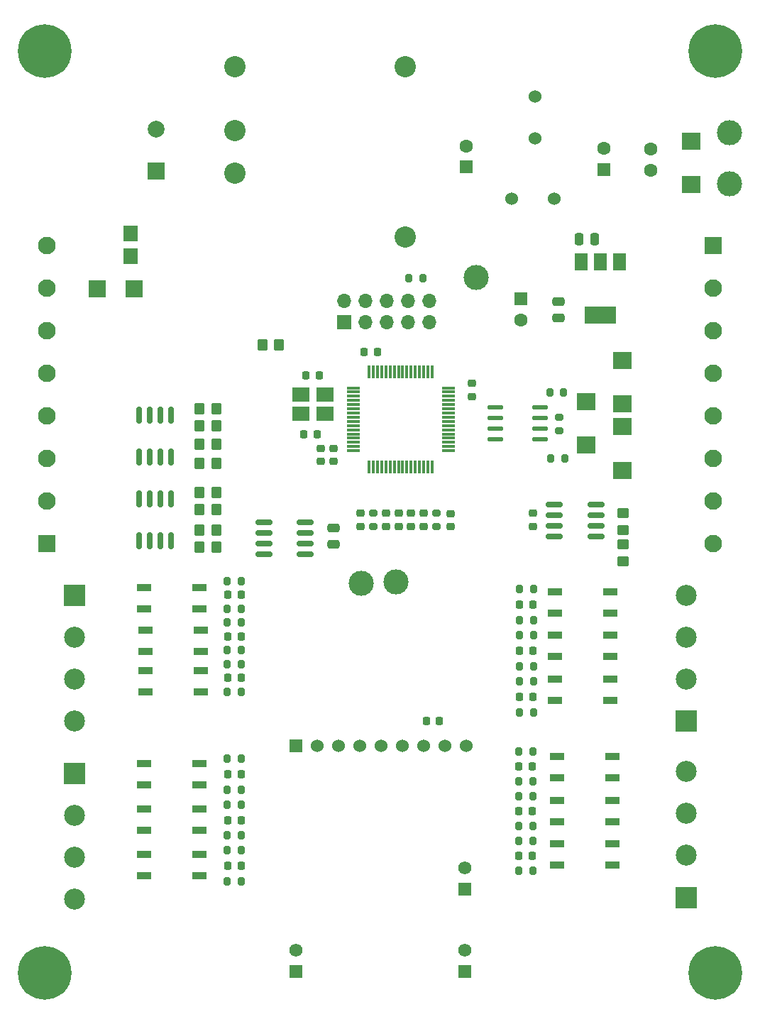
<source format=gbr>
%TF.GenerationSoftware,KiCad,Pcbnew,8.0.0-rc1-91-gb65fa46c3c*%
%TF.CreationDate,2024-02-01T16:18:31+08:00*%
%TF.ProjectId,_____,d0a8a736-612e-46b6-9963-61645f706362,rev?*%
%TF.SameCoordinates,Original*%
%TF.FileFunction,Soldermask,Top*%
%TF.FilePolarity,Negative*%
%FSLAX46Y46*%
G04 Gerber Fmt 4.6, Leading zero omitted, Abs format (unit mm)*
G04 Created by KiCad (PCBNEW 8.0.0-rc1-91-gb65fa46c3c) date 2024-02-01 16:18:31*
%MOMM*%
%LPD*%
G01*
G04 APERTURE LIST*
G04 Aperture macros list*
%AMRoundRect*
0 Rectangle with rounded corners*
0 $1 Rounding radius*
0 $2 $3 $4 $5 $6 $7 $8 $9 X,Y pos of 4 corners*
0 Add a 4 corners polygon primitive as box body*
4,1,4,$2,$3,$4,$5,$6,$7,$8,$9,$2,$3,0*
0 Add four circle primitives for the rounded corners*
1,1,$1+$1,$2,$3*
1,1,$1+$1,$4,$5*
1,1,$1+$1,$6,$7*
1,1,$1+$1,$8,$9*
0 Add four rect primitives between the rounded corners*
20,1,$1+$1,$2,$3,$4,$5,0*
20,1,$1+$1,$4,$5,$6,$7,0*
20,1,$1+$1,$6,$7,$8,$9,0*
20,1,$1+$1,$8,$9,$2,$3,0*%
G04 Aperture macros list end*
%ADD10RoundRect,0.200000X0.200000X0.275000X-0.200000X0.275000X-0.200000X-0.275000X0.200000X-0.275000X0*%
%ADD11R,2.500000X2.500000*%
%ADD12C,2.500000*%
%ADD13RoundRect,0.225000X0.250000X-0.225000X0.250000X0.225000X-0.250000X0.225000X-0.250000X-0.225000X0*%
%ADD14RoundRect,0.225000X-0.250000X0.225000X-0.250000X-0.225000X0.250000X-0.225000X0.250000X0.225000X0*%
%ADD15RoundRect,0.200000X-0.200000X-0.275000X0.200000X-0.275000X0.200000X0.275000X-0.200000X0.275000X0*%
%ADD16RoundRect,0.218750X-0.218750X-0.256250X0.218750X-0.256250X0.218750X0.256250X-0.218750X0.256250X0*%
%ADD17C,1.600000*%
%ADD18RoundRect,0.218750X0.218750X0.256250X-0.218750X0.256250X-0.218750X-0.256250X0.218750X-0.256250X0*%
%ADD19RoundRect,0.250000X-0.450000X0.350000X-0.450000X-0.350000X0.450000X-0.350000X0.450000X0.350000X0*%
%ADD20C,3.000000*%
%ADD21RoundRect,0.250000X0.350000X0.450000X-0.350000X0.450000X-0.350000X-0.450000X0.350000X-0.450000X0*%
%ADD22R,2.000000X2.000000*%
%ADD23R,1.700000X0.950000*%
%ADD24R,2.241000X2.047500*%
%ADD25C,0.800000*%
%ADD26C,6.400000*%
%ADD27C,2.540000*%
%ADD28RoundRect,0.250000X-0.350000X-0.450000X0.350000X-0.450000X0.350000X0.450000X-0.350000X0.450000X0*%
%ADD29RoundRect,0.150000X0.150000X-0.825000X0.150000X0.825000X-0.150000X0.825000X-0.150000X-0.825000X0*%
%ADD30RoundRect,0.250000X-0.475000X0.250000X-0.475000X-0.250000X0.475000X-0.250000X0.475000X0.250000X0*%
%ADD31O,1.950000X0.568500*%
%ADD32R,1.728000X1.935000*%
%ADD33RoundRect,0.200000X0.275000X-0.200000X0.275000X0.200000X-0.275000X0.200000X-0.275000X-0.200000X0*%
%ADD34RoundRect,0.250000X0.475000X-0.250000X0.475000X0.250000X-0.475000X0.250000X-0.475000X-0.250000X0*%
%ADD35RoundRect,0.250000X-0.250000X-0.475000X0.250000X-0.475000X0.250000X0.475000X-0.250000X0.475000X0*%
%ADD36R,2.100000X2.100000*%
%ADD37C,2.100000*%
%ADD38RoundRect,0.225000X-0.225000X-0.250000X0.225000X-0.250000X0.225000X0.250000X-0.225000X0.250000X0*%
%ADD39RoundRect,0.075000X-0.700000X-0.075000X0.700000X-0.075000X0.700000X0.075000X-0.700000X0.075000X0*%
%ADD40RoundRect,0.075000X-0.075000X-0.700000X0.075000X-0.700000X0.075000X0.700000X-0.075000X0.700000X0*%
%ADD41R,1.600000X1.600000*%
%ADD42C,1.524000*%
%ADD43R,1.524000X1.524000*%
%ADD44C,1.574800*%
%ADD45R,1.574800X1.574800*%
%ADD46RoundRect,0.250000X0.450000X-0.350000X0.450000X0.350000X-0.450000X0.350000X-0.450000X-0.350000X0*%
%ADD47R,1.700000X1.700000*%
%ADD48O,1.700000X1.700000*%
%ADD49R,1.500000X2.000000*%
%ADD50R,3.800000X2.000000*%
%ADD51RoundRect,0.150000X0.825000X0.150000X-0.825000X0.150000X-0.825000X-0.150000X0.825000X-0.150000X0*%
%ADD52RoundRect,0.150000X-0.825000X-0.150000X0.825000X-0.150000X0.825000X0.150000X-0.825000X0.150000X0*%
%ADD53C,2.000000*%
%ADD54R,2.100000X1.800000*%
G04 APERTURE END LIST*
D10*
%TO.C,R22*%
X48387000Y-113145250D03*
X46737000Y-113145250D03*
%TD*%
D11*
%TO.C,J4*%
X28550000Y-90000000D03*
D12*
X28550000Y-95000000D03*
X28550000Y-100000000D03*
X28550000Y-105000000D03*
%TD*%
D13*
%TO.C,C14*%
X57937000Y-73996000D03*
X57937000Y-72446000D03*
%TD*%
D11*
%TO.C,J6*%
X101550000Y-126000000D03*
D12*
X101550000Y-121000000D03*
X101550000Y-116000000D03*
X101550000Y-111000000D03*
%TD*%
D10*
%TO.C,R29*%
X83289000Y-103927000D03*
X81639000Y-103927000D03*
%TD*%
D14*
%TO.C,C11*%
X75937000Y-64686000D03*
X75937000Y-66236000D03*
%TD*%
D15*
%TO.C,R28*%
X81537000Y-108579000D03*
X83187000Y-108579000D03*
%TD*%
D16*
%TO.C,D4*%
X46814500Y-122243375D03*
X48389500Y-122243375D03*
%TD*%
D17*
%TO.C,C4*%
X97282000Y-39223000D03*
X97282000Y-36723000D03*
%TD*%
D18*
%TO.C,D8*%
X83107500Y-115710000D03*
X81532500Y-115710000D03*
%TD*%
D19*
%TO.C,R10*%
X93980000Y-83903000D03*
X93980000Y-85903000D03*
%TD*%
D20*
%TO.C,TP4*%
X62738000Y-88519000D03*
%TD*%
D10*
%TO.C,R27*%
X83187000Y-112155000D03*
X81537000Y-112155000D03*
%TD*%
D21*
%TO.C,R6*%
X45425000Y-71970000D03*
X43425000Y-71970000D03*
%TD*%
D13*
%TO.C,C16*%
X62687000Y-81736000D03*
X62687000Y-80186000D03*
%TD*%
D11*
%TO.C,J7*%
X101550000Y-105000000D03*
D12*
X101550000Y-100000000D03*
X101550000Y-95000000D03*
X101550000Y-90000000D03*
%TD*%
D18*
%TO.C,D11*%
X83211500Y-96569000D03*
X81636500Y-96569000D03*
%TD*%
D22*
%TO.C,D17*%
X35601000Y-53381000D03*
X31201000Y-53381000D03*
%TD*%
D15*
%TO.C,R34*%
X81639000Y-89211000D03*
X83289000Y-89211000D03*
%TD*%
D10*
%TO.C,R16*%
X48384500Y-91587000D03*
X46734500Y-91587000D03*
%TD*%
D21*
%TO.C,R41*%
X52933600Y-60096400D03*
X50933600Y-60096400D03*
%TD*%
D23*
%TO.C,U17*%
X86106000Y-114433000D03*
X86106000Y-116973000D03*
X92706000Y-116973000D03*
X92706000Y-114433000D03*
%TD*%
D24*
%TO.C,D16*%
X93853000Y-69850000D03*
X93853000Y-75033000D03*
%TD*%
D14*
%TO.C,C12*%
X73437000Y-80196000D03*
X73437000Y-81746000D03*
%TD*%
D24*
%TO.C,D14*%
X89535000Y-72060500D03*
X89535000Y-66877500D03*
%TD*%
D25*
%TO.C,H4*%
X102600000Y-135000000D03*
X103302944Y-133302944D03*
X103302944Y-136697056D03*
X105000000Y-132600000D03*
D26*
X105000000Y-135000000D03*
D25*
X105000000Y-137400000D03*
X106697056Y-133302944D03*
X106697056Y-136697056D03*
X107400000Y-135000000D03*
%TD*%
D27*
%TO.C,U1*%
X47690000Y-26877500D03*
X47690000Y-34497500D03*
X47690000Y-39577500D03*
X68010000Y-47197500D03*
X68010000Y-26877500D03*
%TD*%
D20*
%TO.C,TP2*%
X106680000Y-40894000D03*
%TD*%
D16*
%TO.C,D1*%
X46812000Y-99812000D03*
X48387000Y-99812000D03*
%TD*%
D28*
%TO.C,R1*%
X43425000Y-67720000D03*
X45425000Y-67720000D03*
%TD*%
D21*
%TO.C,R8*%
X45425000Y-82220000D03*
X43425000Y-82220000D03*
%TD*%
D29*
%TO.C,U6*%
X36270000Y-73445000D03*
X37540000Y-73445000D03*
X38810000Y-73445000D03*
X40080000Y-73445000D03*
X40080000Y-68495000D03*
X38810000Y-68495000D03*
X37540000Y-68495000D03*
X36270000Y-68495000D03*
%TD*%
D30*
%TO.C,C6*%
X86250000Y-54950000D03*
X86250000Y-56850000D03*
%TD*%
D31*
%TO.C,U22*%
X78702000Y-67564000D03*
X78702000Y-68834000D03*
X78702000Y-70104000D03*
X78702000Y-71374000D03*
X84112000Y-71374000D03*
X84112000Y-70104000D03*
X84112000Y-68834000D03*
X84112000Y-67564000D03*
%TD*%
D32*
%TO.C,U9*%
X35208500Y-49500500D03*
X35208500Y-46765500D03*
%TD*%
D10*
%TO.C,R14*%
X48384500Y-101473000D03*
X46734500Y-101473000D03*
%TD*%
D16*
%TO.C,D6*%
X46814500Y-111309625D03*
X48389500Y-111309625D03*
%TD*%
D11*
%TO.C,J5*%
X28550000Y-111250000D03*
D12*
X28550000Y-116250000D03*
X28550000Y-121250000D03*
X28550000Y-126250000D03*
%TD*%
D20*
%TO.C,TP5*%
X66903600Y-88392000D03*
%TD*%
D15*
%TO.C,R30*%
X81639000Y-100228000D03*
X83289000Y-100228000D03*
%TD*%
D18*
%TO.C,D12*%
X83211500Y-91060500D03*
X81636500Y-91060500D03*
%TD*%
D23*
%TO.C,U12*%
X43432000Y-91567000D03*
X43432000Y-89027000D03*
X36832000Y-89027000D03*
X36832000Y-91567000D03*
%TD*%
D33*
%TO.C,L2*%
X64187000Y-81786000D03*
X64187000Y-80136000D03*
%TD*%
D23*
%TO.C,U21*%
X85854000Y-89535000D03*
X85854000Y-92075000D03*
X92454000Y-92075000D03*
X92454000Y-89535000D03*
%TD*%
D10*
%TO.C,R20*%
X48387000Y-118612125D03*
X46737000Y-118612125D03*
%TD*%
%TO.C,R31*%
X83289000Y-98418500D03*
X81639000Y-98418500D03*
%TD*%
%TO.C,R15*%
X48384500Y-96530000D03*
X46734500Y-96530000D03*
%TD*%
D23*
%TO.C,U10*%
X43559000Y-101473000D03*
X43559000Y-98933000D03*
X36959000Y-98933000D03*
X36959000Y-101473000D03*
%TD*%
D13*
%TO.C,C20*%
X83230000Y-81728000D03*
X83230000Y-80178000D03*
%TD*%
D18*
%TO.C,D10*%
X83211500Y-102077500D03*
X81636500Y-102077500D03*
%TD*%
D15*
%TO.C,R17*%
X46737000Y-120407750D03*
X48387000Y-120407750D03*
%TD*%
D16*
%TO.C,D3*%
X46812000Y-89926000D03*
X48387000Y-89926000D03*
%TD*%
D15*
%TO.C,R24*%
X81537000Y-119266000D03*
X83187000Y-119266000D03*
%TD*%
D34*
%TO.C,C15*%
X59399000Y-83866000D03*
X59399000Y-81966000D03*
%TD*%
D21*
%TO.C,R2*%
X45425000Y-69720000D03*
X43425000Y-69720000D03*
%TD*%
D10*
%TO.C,R18*%
X48387000Y-124079000D03*
X46737000Y-124079000D03*
%TD*%
D35*
%TO.C,C5*%
X88712000Y-47498000D03*
X90612000Y-47498000D03*
%TD*%
D36*
%TO.C,J2*%
X104750000Y-48270000D03*
D37*
X104750000Y-53350000D03*
X104750000Y-58430000D03*
X104750000Y-63510000D03*
X104750000Y-68590000D03*
X104750000Y-73670000D03*
X104750000Y-78750000D03*
X104750000Y-83830000D03*
%TD*%
D36*
%TO.C,J1*%
X25250000Y-83780000D03*
D37*
X25250000Y-78700000D03*
X25250000Y-73620000D03*
X25250000Y-68540000D03*
X25250000Y-63460000D03*
X25250000Y-58380000D03*
X25250000Y-53300000D03*
X25250000Y-48220000D03*
%TD*%
D13*
%TO.C,C13*%
X59437000Y-73996000D03*
X59437000Y-72446000D03*
%TD*%
D10*
%TO.C,R23*%
X83187000Y-122842000D03*
X81537000Y-122842000D03*
%TD*%
D21*
%TO.C,R4*%
X45425000Y-79720000D03*
X43425000Y-79720000D03*
%TD*%
D38*
%TO.C,C10*%
X63093000Y-60960000D03*
X64643000Y-60960000D03*
%TD*%
D15*
%TO.C,R32*%
X81639000Y-94719500D03*
X83289000Y-94719500D03*
%TD*%
D25*
%TO.C,H3*%
X22600000Y-135000000D03*
X23302944Y-133302944D03*
X23302944Y-136697056D03*
X25000000Y-132600000D03*
D26*
X25000000Y-135000000D03*
D25*
X25000000Y-137400000D03*
X26697056Y-133302944D03*
X26697056Y-136697056D03*
X27400000Y-135000000D03*
%TD*%
D23*
%TO.C,U14*%
X43432000Y-117990000D03*
X43432000Y-115450000D03*
X36832000Y-115450000D03*
X36832000Y-117990000D03*
%TD*%
D15*
%TO.C,R13*%
X46734500Y-88265000D03*
X48384500Y-88265000D03*
%TD*%
D38*
%TO.C,C22*%
X56162000Y-63721000D03*
X57712000Y-63721000D03*
%TD*%
D14*
%TO.C,C8*%
X70187000Y-80186000D03*
X70187000Y-81736000D03*
%TD*%
D38*
%TO.C,C23*%
X55912000Y-70721000D03*
X57462000Y-70721000D03*
%TD*%
D15*
%TO.C,R35*%
X46734500Y-98151000D03*
X48384500Y-98151000D03*
%TD*%
D28*
%TO.C,R7*%
X43425000Y-84220000D03*
X45425000Y-84220000D03*
%TD*%
D23*
%TO.C,U20*%
X85854000Y-94742000D03*
X85854000Y-97282000D03*
X92454000Y-97282000D03*
X92454000Y-94742000D03*
%TD*%
D15*
%TO.C,R11*%
X68421000Y-52114000D03*
X70071000Y-52114000D03*
%TD*%
D10*
%TO.C,R38*%
X86868000Y-65786000D03*
X85218000Y-65786000D03*
%TD*%
D25*
%TO.C,H2*%
X102600000Y-25000000D03*
X103302944Y-23302944D03*
X103302944Y-26697056D03*
X105000000Y-22600000D03*
D26*
X105000000Y-25000000D03*
D25*
X105000000Y-27400000D03*
X106697056Y-23302944D03*
X106697056Y-26697056D03*
X107400000Y-25000000D03*
%TD*%
D39*
%TO.C,U3*%
X61762000Y-65211000D03*
X61762000Y-65711000D03*
X61762000Y-66211000D03*
X61762000Y-66711000D03*
X61762000Y-67211000D03*
X61762000Y-67711000D03*
X61762000Y-68211000D03*
X61762000Y-68711000D03*
X61762000Y-69211000D03*
X61762000Y-69711000D03*
X61762000Y-70211000D03*
X61762000Y-70711000D03*
X61762000Y-71211000D03*
X61762000Y-71711000D03*
X61762000Y-72211000D03*
X61762000Y-72711000D03*
D40*
X63687000Y-74636000D03*
X64187000Y-74636000D03*
X64687000Y-74636000D03*
X65187000Y-74636000D03*
X65687000Y-74636000D03*
X66187000Y-74636000D03*
X66687000Y-74636000D03*
X67187000Y-74636000D03*
X67687000Y-74636000D03*
X68187000Y-74636000D03*
X68687000Y-74636000D03*
X69187000Y-74636000D03*
X69687000Y-74636000D03*
X70187000Y-74636000D03*
X70687000Y-74636000D03*
X71187000Y-74636000D03*
D39*
X73112000Y-72711000D03*
X73112000Y-72211000D03*
X73112000Y-71711000D03*
X73112000Y-71211000D03*
X73112000Y-70711000D03*
X73112000Y-70211000D03*
X73112000Y-69711000D03*
X73112000Y-69211000D03*
X73112000Y-68711000D03*
X73112000Y-68211000D03*
X73112000Y-67711000D03*
X73112000Y-67211000D03*
X73112000Y-66711000D03*
X73112000Y-66211000D03*
X73112000Y-65711000D03*
X73112000Y-65211000D03*
D40*
X71187000Y-63286000D03*
X70687000Y-63286000D03*
X70187000Y-63286000D03*
X69687000Y-63286000D03*
X69187000Y-63286000D03*
X68687000Y-63286000D03*
X68187000Y-63286000D03*
X67687000Y-63286000D03*
X67187000Y-63286000D03*
X66687000Y-63286000D03*
X66187000Y-63286000D03*
X65687000Y-63286000D03*
X65187000Y-63286000D03*
X64687000Y-63286000D03*
X64187000Y-63286000D03*
X63687000Y-63286000D03*
%TD*%
D25*
%TO.C,H1*%
X22600000Y-25000000D03*
X23302944Y-23302944D03*
X23302944Y-26697056D03*
X25000000Y-22600000D03*
D26*
X25000000Y-25000000D03*
D25*
X25000000Y-27400000D03*
X26697056Y-23302944D03*
X26697056Y-26697056D03*
X27400000Y-25000000D03*
%TD*%
D41*
%TO.C,C3*%
X91694000Y-39155380D03*
D17*
X91694000Y-36655380D03*
%TD*%
D10*
%TO.C,R33*%
X83289000Y-92910000D03*
X81639000Y-92910000D03*
%TD*%
D33*
%TO.C,L1*%
X71687000Y-81796000D03*
X71687000Y-80146000D03*
%TD*%
D15*
%TO.C,R21*%
X46737000Y-109474000D03*
X48387000Y-109474000D03*
%TD*%
D23*
%TO.C,U19*%
X85854000Y-99949000D03*
X85854000Y-102489000D03*
X92454000Y-102489000D03*
X92454000Y-99949000D03*
%TD*%
D15*
%TO.C,R12*%
X46734500Y-93208000D03*
X48384500Y-93208000D03*
%TD*%
D24*
%TO.C,D15*%
X93853000Y-61924500D03*
X93853000Y-67107500D03*
%TD*%
D15*
%TO.C,R19*%
X46737000Y-114940875D03*
X48387000Y-114940875D03*
%TD*%
%TO.C,R26*%
X81535000Y-113922000D03*
X83185000Y-113922000D03*
%TD*%
D18*
%TO.C,D9*%
X83109500Y-110367000D03*
X81534500Y-110367000D03*
%TD*%
D13*
%TO.C,C18*%
X65687000Y-81736000D03*
X65687000Y-80186000D03*
%TD*%
D38*
%TO.C,C21*%
X70499000Y-105000000D03*
X72049000Y-105000000D03*
%TD*%
D10*
%TO.C,R25*%
X83185000Y-117498000D03*
X81535000Y-117498000D03*
%TD*%
D33*
%TO.C,R40*%
X86360000Y-70357000D03*
X86360000Y-68707000D03*
%TD*%
D42*
%TO.C,LDM2*%
X80725000Y-42672000D03*
X85725000Y-42672000D03*
%TD*%
D41*
%TO.C,C7*%
X81750000Y-54600000D03*
D17*
X81750000Y-57100000D03*
%TD*%
D23*
%TO.C,U18*%
X86108000Y-109220000D03*
X86108000Y-111760000D03*
X92708000Y-111760000D03*
X92708000Y-109220000D03*
%TD*%
D41*
%TO.C,C2*%
X75250000Y-38869880D03*
D17*
X75250000Y-36369880D03*
%TD*%
D14*
%TO.C,C9*%
X68687000Y-80186000D03*
X68687000Y-81736000D03*
%TD*%
D23*
%TO.C,U11*%
X43559000Y-96647000D03*
X43559000Y-94107000D03*
X36959000Y-94107000D03*
X36959000Y-96647000D03*
%TD*%
D28*
%TO.C,R5*%
X43425000Y-74220000D03*
X45425000Y-74220000D03*
%TD*%
D18*
%TO.C,D7*%
X83109500Y-121054000D03*
X81534500Y-121054000D03*
%TD*%
D20*
%TO.C,TP6*%
X106680000Y-34798000D03*
%TD*%
D23*
%TO.C,U15*%
X43432000Y-112536000D03*
X43432000Y-109996000D03*
X36832000Y-109996000D03*
X36832000Y-112536000D03*
%TD*%
D15*
%TO.C,R39*%
X85345000Y-73660000D03*
X86995000Y-73660000D03*
%TD*%
D43*
%TO.C,U8*%
X54904300Y-107898395D03*
D42*
X57444300Y-107898395D03*
X59984300Y-107898395D03*
X62524300Y-107898395D03*
X65064300Y-107898395D03*
X67604300Y-107898395D03*
X70144300Y-107898395D03*
X72684300Y-107898395D03*
X75224300Y-107898395D03*
D44*
X75059200Y-122465295D03*
D45*
X75059200Y-125005295D03*
D44*
X75069700Y-132329995D03*
D45*
X75069700Y-134869995D03*
D44*
X54952900Y-132329995D03*
D45*
X54952900Y-134869995D03*
%TD*%
D46*
%TO.C,R9*%
X93980000Y-82153000D03*
X93980000Y-80153000D03*
%TD*%
D13*
%TO.C,C17*%
X67187000Y-81736000D03*
X67187000Y-80186000D03*
%TD*%
D28*
%TO.C,R3*%
X43425000Y-77724000D03*
X45425000Y-77724000D03*
%TD*%
D20*
%TO.C,TP1*%
X76454000Y-52070000D03*
%TD*%
D47*
%TO.C,J3*%
X60706000Y-57404000D03*
D48*
X60706000Y-54864000D03*
X63246000Y-57404000D03*
X63246000Y-54864000D03*
X65786000Y-57404000D03*
X65786000Y-54864000D03*
X68326000Y-57404000D03*
X68326000Y-54864000D03*
X70866000Y-57404000D03*
X70866000Y-54864000D03*
%TD*%
D29*
%TO.C,U5*%
X36270000Y-83445000D03*
X37540000Y-83445000D03*
X38810000Y-83445000D03*
X40080000Y-83445000D03*
X40080000Y-78495000D03*
X38810000Y-78495000D03*
X37540000Y-78495000D03*
X36270000Y-78495000D03*
%TD*%
D49*
%TO.C,U2*%
X93550000Y-50200000D03*
X91250000Y-50200000D03*
X88950000Y-50200000D03*
D50*
X91250000Y-56500000D03*
%TD*%
D51*
%TO.C,U4*%
X56054000Y-85071000D03*
X56054000Y-83801000D03*
X56054000Y-82531000D03*
X56054000Y-81261000D03*
X51104000Y-81261000D03*
X51104000Y-82531000D03*
X51104000Y-83801000D03*
X51104000Y-85071000D03*
%TD*%
D52*
%TO.C,U7*%
X85780000Y-79168000D03*
X85780000Y-80438000D03*
X85780000Y-81708000D03*
X85780000Y-82978000D03*
X90730000Y-82978000D03*
X90730000Y-81708000D03*
X90730000Y-80438000D03*
X90730000Y-79168000D03*
%TD*%
D22*
%TO.C,C1*%
X38250000Y-39305177D03*
D53*
X38250000Y-34305177D03*
%TD*%
D24*
%TO.C,D18*%
X102108000Y-35762500D03*
X102108000Y-40945500D03*
%TD*%
D54*
%TO.C,Y1*%
X55537000Y-68271000D03*
X58437000Y-68271000D03*
X58437000Y-65971000D03*
X55537000Y-65971000D03*
%TD*%
D23*
%TO.C,U13*%
X43432000Y-123444000D03*
X43432000Y-120904000D03*
X36832000Y-120904000D03*
X36832000Y-123444000D03*
%TD*%
D16*
%TO.C,D2*%
X46812000Y-94869000D03*
X48387000Y-94869000D03*
%TD*%
D23*
%TO.C,U16*%
X86108000Y-119647000D03*
X86108000Y-122187000D03*
X92708000Y-122187000D03*
X92708000Y-119647000D03*
%TD*%
D42*
%TO.C,LDM1*%
X83500000Y-35437500D03*
X83500000Y-30437500D03*
%TD*%
D16*
%TO.C,D5*%
X46814500Y-116776500D03*
X48389500Y-116776500D03*
%TD*%
M02*

</source>
